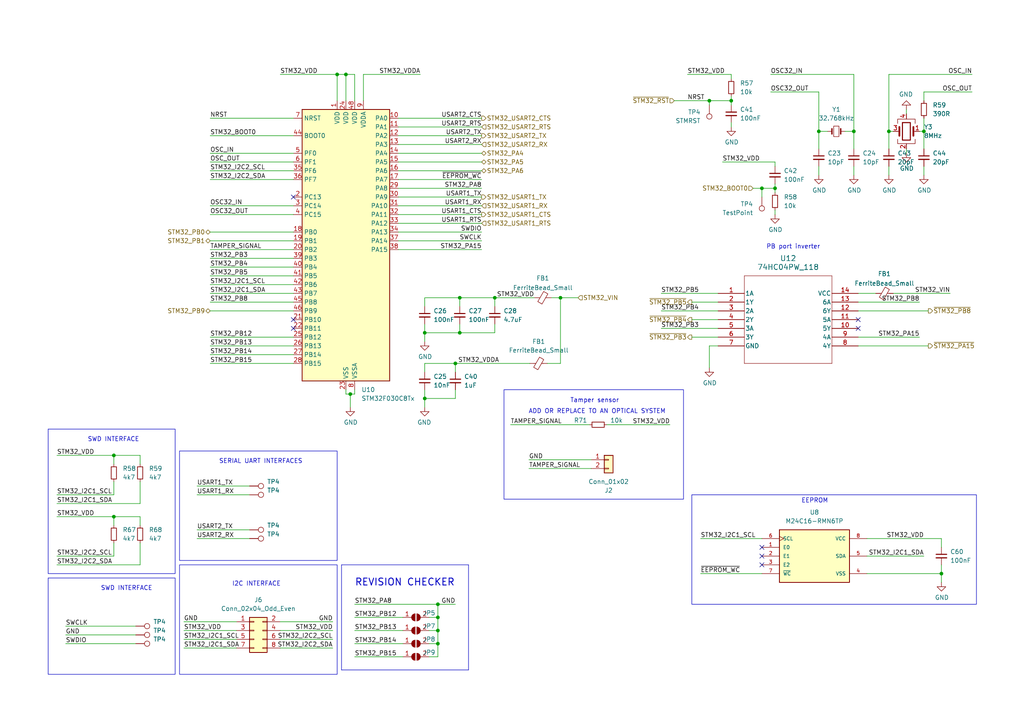
<source format=kicad_sch>
(kicad_sch (version 20230121) (generator eeschema)
  (paper "A4")
  (lib_symbols
    (symbol "2023-07-14_13-48-07:74HC04PW_118" (pin_names (offset 0.254))
      (property "Reference" "U" (at 20.32 10.16 0))
      (property "Value" "74HC04PW_118" (at 20.32 7.62 0))
      (symbol "74HC04PW_118_0_1"
        (polyline (pts (xy 7.62 -20.32) (xy 33.02 -20.32)) (stroke (width 0.127)))
        (polyline (pts (xy 7.62 5.08) (xy 7.62 -20.32)) (stroke (width 0.127)))
        (polyline (pts (xy 33.02 -20.32) (xy 33.02 5.08)) (stroke (width 0.127)))
        (polyline (pts (xy 33.02 5.08) (xy 7.62 5.08)) (stroke (width 0.127)))
        (pin input line (at 0 0 0) (length 7.62) (name "1A") (number "1"))
        (pin output line (at 40.64 -10.16 180) (length 7.62) (name "5Y") (number "10"))
        (pin input line (at 40.64 -7.62 180) (length 7.62) (name "5A") (number "11"))
        (pin output line (at 40.64 -5.08 180) (length 7.62) (name "6Y") (number "12"))
        (pin input line (at 40.64 -2.54 180) (length 7.62) (name "6A") (number "13"))
        (pin power_in line (at 40.64 0 180) (length 7.62) (name "VCC") (number "14"))
        (pin output line (at 0 -2.54 0) (length 7.62) (name "1Y") (number "2"))
        (pin input line (at 0 -5.08 0) (length 7.62) (name "2A") (number "3"))
        (pin output line (at 0 -7.62 0) (length 7.62) (name "2Y") (number "4"))
        (pin input line (at 0 -10.16 0) (length 7.62) (name "3A") (number "5"))
        (pin output line (at 0 -12.7 0) (length 7.62) (name "3Y") (number "6"))
        (pin power_out line (at 0 -15.24 0) (length 7.62) (name "GND") (number "7"))
        (pin output line (at 40.64 -15.24 180) (length 7.62) (name "4Y") (number "8"))
        (pin input line (at 40.64 -12.7 180) (length 7.62) (name "4A") (number "9"))
      )
    )
    (symbol "Connector:TestPoint" (pin_numbers hide) (pin_names (offset 0.762) hide)
      (property "Reference" "TP" (at 0 6.858 0))
      (property "Value" "TestPoint" (at 0 5.08 0))
      (symbol "TestPoint_0_1"
        (circle (center 0 3.302) (radius 0.762))
      )
      (symbol "TestPoint_1_1"
        (pin passive line (at 0 0 90) (length 2.54) (name "1") (number "1"))
      )
    )
    (symbol "Connector_Generic:Conn_01x02" (pin_names (offset 1.016) hide)
      (property "Reference" "J" (at 0 2.54 0))
      (property "Value" "Conn_01x02" (at 0 -5.08 0))
      (symbol "Conn_01x02_1_1"
        (rectangle (start -1.27 -2.413) (end 0 -2.667) (stroke (width 0.1524)))
        (rectangle (start -1.27 0.127) (end 0 -0.127) (stroke (width 0.1524)))
        (rectangle (start -1.27 1.27) (end 1.27 -3.81) (stroke (width 0.254)) (fill (type background)))
        (pin passive line (at -5.08 0 0) (length 3.81) (name "Pin_1") (number "1"))
        (pin passive line (at -5.08 -2.54 0) (length 3.81) (name "Pin_2") (number "2"))
      )
    )
    (symbol "Connector_Generic:Conn_02x04_Odd_Even" (pin_names (offset 1.016) hide)
      (property "Reference" "J" (at 1.27 5.08 0))
      (property "Value" "Conn_02x04_Odd_Even" (at 1.27 -7.62 0))
      (symbol "Conn_02x04_Odd_Even_1_1"
        (rectangle (start -1.27 -4.953) (end 0 -5.207) (stroke (width 0.1524)))
        (rectangle (start -1.27 -2.413) (end 0 -2.667) (stroke (width 0.1524)))
        (rectangle (start -1.27 0.127) (end 0 -0.127) (stroke (width 0.1524)))
        (rectangle (start -1.27 2.667) (end 0 2.413) (stroke (width 0.1524)))
        (rectangle (start -1.27 3.81) (end 3.81 -6.35) (stroke (width 0.254)) (fill (type background)))
        (rectangle (start 3.81 -4.953) (end 2.54 -5.207) (stroke (width 0.1524)))
        (rectangle (start 3.81 -2.413) (end 2.54 -2.667) (stroke (width 0.1524)))
        (rectangle (start 3.81 0.127) (end 2.54 -0.127) (stroke (width 0.1524)))
        (rectangle (start 3.81 2.667) (end 2.54 2.413) (stroke (width 0.1524)))
        (pin passive line (at -5.08 2.54 0) (length 3.81) (name "Pin_1") (number "1"))
        (pin passive line (at 7.62 2.54 180) (length 3.81) (name "Pin_2") (number "2"))
        (pin passive line (at -5.08 0 0) (length 3.81) (name "Pin_3") (number "3"))
        (pin passive line (at 7.62 0 180) (length 3.81) (name "Pin_4") (number "4"))
        (pin passive line (at -5.08 -2.54 0) (length 3.81) (name "Pin_5") (number "5"))
        (pin passive line (at 7.62 -2.54 180) (length 3.81) (name "Pin_6") (number "6"))
        (pin passive line (at -5.08 -5.08 0) (length 3.81) (name "Pin_7") (number "7"))
        (pin passive line (at 7.62 -5.08 180) (length 3.81) (name "Pin_8") (number "8"))
      )
    )
    (symbol "Device:C_Small" (pin_numbers hide) (pin_names (offset 0.254) hide)
      (property "Reference" "C" (at 0.254 1.778 0))
      (property "Value" "C_Small" (at 0.254 -2.032 0))
      (symbol "C_Small_0_1"
        (polyline (pts (xy -1.524 -0.508) (xy 1.524 -0.508)) (stroke (width 0.3302)))
        (polyline (pts (xy -1.524 0.508) (xy 1.524 0.508)) (stroke (width 0.3048)))
      )
      (symbol "C_Small_1_1"
        (pin passive line (at 0 2.54 270) (length 2.032) (name "~") (number "1"))
        (pin passive line (at 0 -2.54 90) (length 2.032) (name "~") (number "2"))
      )
    )
    (symbol "Device:Crystal_GND24" (pin_names (offset 1.016) hide)
      (property "Reference" "Y" (at 3.175 5.08 0))
      (property "Value" "Crystal_GND24" (at 3.175 3.175 0))
      (symbol "Crystal_GND24_0_1"
        (rectangle (start -1.143 2.54) (end 1.143 -2.54) (stroke (width 0.3048)))
        (polyline (pts (xy -2.54 0) (xy -2.032 0)))
        (polyline (pts (xy -2.032 -1.27) (xy -2.032 1.27)) (stroke (width 0.508)))
        (polyline (pts (xy 0 -3.81) (xy 0 -3.556)))
        (polyline (pts (xy 0 3.556) (xy 0 3.81)))
        (polyline (pts (xy 2.032 -1.27) (xy 2.032 1.27)) (stroke (width 0.508)))
        (polyline (pts (xy 2.032 0) (xy 2.54 0)))
        (polyline (pts (xy -2.54 -2.286) (xy -2.54 -3.556) (xy 2.54 -3.556) (xy 2.54 -2.286)))
        (polyline (pts (xy -2.54 2.286) (xy -2.54 3.556) (xy 2.54 3.556) (xy 2.54 2.286)))
      )
      (symbol "Crystal_GND24_1_1"
        (pin passive line (at -3.81 0 0) (length 1.27) (name "1") (number "1"))
        (pin passive line (at 0 5.08 270) (length 1.27) (name "2") (number "2"))
        (pin passive line (at 3.81 0 180) (length 1.27) (name "3") (number "3"))
        (pin passive line (at 0 -5.08 90) (length 1.27) (name "4") (number "4"))
      )
    )
    (symbol "Device:Crystal_Small" (pin_numbers hide) (pin_names (offset 1.016) hide)
      (property "Reference" "Y" (at 0 2.54 0))
      (property "Value" "Crystal_Small" (at 0 -2.54 0))
      (symbol "Crystal_Small_0_1"
        (rectangle (start -0.762 -1.524) (end 0.762 1.524))
        (polyline (pts (xy -1.27 -0.762) (xy -1.27 0.762)) (stroke (width 0.381)))
        (polyline (pts (xy 1.27 -0.762) (xy 1.27 0.762)) (stroke (width 0.381)))
      )
      (symbol "Crystal_Small_1_1"
        (pin passive line (at -2.54 0 0) (length 1.27) (name "1") (number "1"))
        (pin passive line (at 2.54 0 180) (length 1.27) (name "2") (number "2"))
      )
    )
    (symbol "Device:FerriteBead_Small" (pin_numbers hide) (pin_names (offset 0))
      (property "Reference" "FB" (at 1.905 1.27 0))
      (property "Value" "FerriteBead_Small" (at 1.905 -1.27 0))
      (symbol "FerriteBead_Small_0_1"
        (polyline (pts (xy 0 -1.27) (xy 0 -0.7874)))
        (polyline (pts (xy 0 0.889) (xy 0 1.2954)))
        (polyline (pts (xy -1.8288 0.2794) (xy -1.1176 1.4986) (xy 1.8288 -0.2032) (xy 1.1176 -1.4224) (xy -1.8288 0.2794)))
      )
      (symbol "FerriteBead_Small_1_1"
        (pin passive line (at 0 2.54 270) (length 1.27) (name "~") (number "1"))
        (pin passive line (at 0 -2.54 90) (length 1.27) (name "~") (number "2"))
      )
    )
    (symbol "Device:R_Small" (pin_numbers hide) (pin_names (offset 0.254) hide)
      (property "Reference" "R" (at 0.762 0.508 0))
      (property "Value" "R_Small" (at 0.762 -1.016 0))
      (symbol "R_Small_0_1"
        (rectangle (start -0.762 1.778) (end 0.762 -1.778) (stroke (width 0.2032)))
      )
      (symbol "R_Small_1_1"
        (pin passive line (at 0 2.54 270) (length 0.762) (name "~") (number "1"))
        (pin passive line (at 0 -2.54 90) (length 0.762) (name "~") (number "2"))
      )
    )
    (symbol "Jumper:SolderJumper_2_Open" (pin_names (offset 0) hide)
      (property "Reference" "JP" (at 0 2.032 0))
      (property "Value" "SolderJumper_2_Open" (at 0 -2.54 0))
      (symbol "SolderJumper_2_Open_0_1"
        (arc (start -0.254 1.016) (mid -1.2656 0) (end -0.254 -1.016))
        (arc (start -0.254 1.016) (mid -1.2656 0) (end -0.254 -1.016) (fill (type outline)))
        (polyline (pts (xy -0.254 1.016) (xy -0.254 -1.016)))
        (polyline (pts (xy 0.254 1.016) (xy 0.254 -1.016)))
        (arc (start 0.254 -1.016) (mid 1.2656 0) (end 0.254 1.016))
        (arc (start 0.254 -1.016) (mid 1.2656 0) (end 0.254 1.016) (fill (type outline)))
      )
      (symbol "SolderJumper_2_Open_1_1"
        (pin passive line (at -3.81 0 0) (length 2.54) (name "A") (number "1"))
        (pin passive line (at 3.81 0 180) (length 2.54) (name "B") (number "2"))
      )
    )
    (symbol "M24C16-RMN6TP:M24C16-RMN6TP" (pin_names (offset 1.016))
      (property "Reference" "U" (at -10.1836 8.1469 0))
      (property "Value" "M24C16-RMN6TP" (at -10.1609 -10.6689 0))
      (symbol "M24C16-RMN6TP_0_0"
        (rectangle (start -10.16 -7.62) (end 10.16 7.62) (stroke (width 0.254)) (fill (type background)))
        (pin input line (at -15.24 2.54 0) (length 5.08) (name "E0") (number "1"))
        (pin input line (at -15.24 0 0) (length 5.08) (name "E1") (number "2"))
        (pin input line (at -15.24 -2.54 0) (length 5.08) (name "E2") (number "3"))
        (pin power_in line (at 15.24 -5.08 180) (length 5.08) (name "VSS") (number "4"))
        (pin bidirectional line (at 15.24 0 180) (length 5.08) (name "SDA") (number "5"))
        (pin input clock (at -15.24 5.08 0) (length 5.08) (name "SCL") (number "6"))
        (pin input line (at -15.24 -5.08 0) (length 5.08) (name "~{WC}") (number "7"))
        (pin power_in line (at 15.24 5.08 180) (length 5.08) (name "VCC") (number "8"))
      )
    )
    (symbol "MCU_ST_STM32F0:STM32F030C8Tx"
      (property "Reference" "U" (at -12.7 41.91 0))
      (property "Value" "STM32F030C8Tx" (at 7.62 41.91 0))
      (symbol "STM32F030C8Tx_0_1"
        (rectangle (start -12.7 -38.1) (end 12.7 40.64) (stroke (width 0.254)) (fill (type background)))
      )
      (symbol "STM32F030C8Tx_1_1"
        (pin power_in line (at -2.54 43.18 270) (length 2.54) (name "VDD") (number "1"))
        (pin bidirectional line (at 15.24 38.1 180) (length 2.54) (name "PA0") (number "10"))
        (pin bidirectional line (at 15.24 35.56 180) (length 2.54) (name "PA1") (number "11"))
        (pin bidirectional line (at 15.24 33.02 180) (length 2.54) (name "PA2") (number "12"))
        (pin bidirectional line (at 15.24 30.48 180) (length 2.54) (name "PA3") (number "13"))
        (pin bidirectional line (at 15.24 27.94 180) (length 2.54) (name "PA4") (number "14"))
        (pin bidirectional line (at 15.24 25.4 180) (length 2.54) (name "PA5") (number "15"))
        (pin bidirectional line (at 15.24 22.86 180) (length 2.54) (name "PA6") (number "16"))
        (pin bidirectional line (at 15.24 20.32 180) (length 2.54) (name "PA7") (number "17"))
        (pin bidirectional line (at -15.24 5.08 0) (length 2.54) (name "PB0") (number "18"))
        (pin bidirectional line (at -15.24 2.54 0) (length 2.54) (name "PB1") (number "19"))
        (pin bidirectional line (at -15.24 15.24 0) (length 2.54) (name "PC13") (number "2"))
        (pin bidirectional line (at -15.24 0 0) (length 2.54) (name "PB2") (number "20"))
        (pin bidirectional line (at -15.24 -20.32 0) (length 2.54) (name "PB10") (number "21"))
        (pin bidirectional line (at -15.24 -22.86 0) (length 2.54) (name "PB11") (number "22"))
        (pin power_in line (at 0 -40.64 90) (length 2.54) (name "VSS") (number "23"))
        (pin power_in line (at 0 43.18 270) (length 2.54) (name "VDD") (number "24"))
        (pin bidirectional line (at -15.24 -25.4 0) (length 2.54) (name "PB12") (number "25"))
        (pin bidirectional line (at -15.24 -27.94 0) (length 2.54) (name "PB13") (number "26"))
        (pin bidirectional line (at -15.24 -30.48 0) (length 2.54) (name "PB14") (number "27"))
        (pin bidirectional line (at -15.24 -33.02 0) (length 2.54) (name "PB15") (number "28"))
        (pin bidirectional line (at 15.24 17.78 180) (length 2.54) (name "PA8") (number "29"))
        (pin bidirectional line (at -15.24 12.7 0) (length 2.54) (name "PC14") (number "3"))
        (pin bidirectional line (at 15.24 15.24 180) (length 2.54) (name "PA9") (number "30"))
        (pin bidirectional line (at 15.24 12.7 180) (length 2.54) (name "PA10") (number "31"))
        (pin bidirectional line (at 15.24 10.16 180) (length 2.54) (name "PA11") (number "32"))
        (pin bidirectional line (at 15.24 7.62 180) (length 2.54) (name "PA12") (number "33"))
        (pin bidirectional line (at 15.24 5.08 180) (length 2.54) (name "PA13") (number "34"))
        (pin bidirectional line (at -15.24 22.86 0) (length 2.54) (name "PF6") (number "35"))
        (pin bidirectional line (at -15.24 20.32 0) (length 2.54) (name "PF7") (number "36"))
        (pin bidirectional line (at 15.24 2.54 180) (length 2.54) (name "PA14") (number "37"))
        (pin bidirectional line (at 15.24 0 180) (length 2.54) (name "PA15") (number "38"))
        (pin bidirectional line (at -15.24 -2.54 0) (length 2.54) (name "PB3") (number "39"))
        (pin bidirectional line (at -15.24 10.16 0) (length 2.54) (name "PC15") (number "4"))
        (pin bidirectional line (at -15.24 -5.08 0) (length 2.54) (name "PB4") (number "40"))
        (pin bidirectional line (at -15.24 -7.62 0) (length 2.54) (name "PB5") (number "41"))
        (pin bidirectional line (at -15.24 -10.16 0) (length 2.54) (name "PB6") (number "42"))
        (pin bidirectional line (at -15.24 -12.7 0) (length 2.54) (name "PB7") (number "43"))
        (pin input line (at -15.24 33.02 0) (length 2.54) (name "BOOT0") (number "44"))
        (pin bidirectional line (at -15.24 -15.24 0) (length 2.54) (name "PB8") (number "45"))
        (pin bidirectional line (at -15.24 -17.78 0) (length 2.54) (name "PB9") (number "46"))
        (pin passive line (at 0 -40.64 90) (length 2.54) hide (name "VSS") (number "47"))
        (pin power_in line (at 2.54 43.18 270) (length 2.54) (name "VDD") (number "48"))
        (pin bidirectional line (at -15.24 27.94 0) (length 2.54) (name "PF0") (number "5"))
        (pin bidirectional line (at -15.24 25.4 0) (length 2.54) (name "PF1") (number "6"))
        (pin input line (at -15.24 38.1 0) (length 2.54) (name "NRST") (number "7"))
        (pin power_in line (at 2.54 -40.64 90) (length 2.54) (name "VSSA") (number "8"))
        (pin power_in line (at 5.08 43.18 270) (length 2.54) (name "VDDA") (number "9"))
      )
    )
    (symbol "device:R_Small" (pin_numbers hide) (pin_names (offset 0.254) hide)
      (property "Reference" "R" (at 0.762 0.508 0))
      (property "Value" "R_Small" (at 0.762 -1.016 0))
      (symbol "R_Small_0_1"
        (rectangle (start -0.762 1.778) (end 0.762 -1.778) (stroke (width 0.2032)))
      )
      (symbol "R_Small_1_1"
        (pin passive line (at 0 2.54 270) (length 0.762) (name "~") (number "1"))
        (pin passive line (at 0 -2.54 90) (length 0.762) (name "~") (number "2"))
      )
    )
    (symbol "power:GND" (power) (pin_names (offset 0))
      (property "Value" "GND" (at 0 -3.81 0))
      (symbol "GND_0_1"
        (polyline (pts (xy 0 0) (xy 0 -1.27) (xy 1.27 -1.27) (xy 0 -2.54) (xy -1.27 -1.27) (xy 0 -1.27)))
      )
      (symbol "GND_1_1"
        (pin power_in line (at 0 0 270) (length 0) hide (name "GND") (number "1"))
      )
    )
  )
  (junction (at 127 182.88))
  (junction (at 33.02 149.86))
  (junction (at 212.09 29.21))
  (junction (at 237.49 38.1))
  (junction (at 123.19 96.52))
  (junction (at 100.33 21.59))
  (junction (at 273.05 166.37))
  (junction (at 123.19 115.57))
  (junction (at 267.97 38.1))
  (junction (at 132.08 105.41))
  (junction (at 220.98 54.61))
  (junction (at 33.02 132.08))
  (junction (at 257.81 38.1))
  (junction (at 133.35 96.52))
  (junction (at 224.79 54.61))
  (junction (at 97.79 21.59))
  (junction (at 133.35 86.36))
  (junction (at 127 179.07))
  (junction (at 101.6 114.3))
  (junction (at 127 186.69))
  (junction (at 127 175.26))
  (junction (at 162.56 86.36))
  (junction (at 143.51 86.36))
  (junction (at 205.74 29.21))
  (junction (at 247.65 38.1))
  (no_connect (at 85.09 95.25))
  (no_connect (at 220.98 163.83))
  (no_connect (at 220.98 161.29))
  (no_connect (at 220.98 158.75))
  (no_connect (at 248.92 95.25))
  (no_connect (at 85.09 92.71))
  (no_connect (at 248.92 92.71))
  (no_connect (at 85.09 57.15))
  (wire (pts (xy 40.64 163.83) (xy 40.64 157.48)))
  (wire (pts (xy 267.97 38.1) (xy 267.97 43.18)))
  (wire (pts (xy 248.92 90.17) (xy 269.24 90.17)))
  (wire (pts (xy 273.05 156.21) (xy 273.05 158.75)))
  (wire (pts (xy 57.15 156.21) (xy 72.39 156.21)))
  (wire (pts (xy 139.7 57.15) (xy 115.57 57.15)))
  (wire (pts (xy 139.7 39.37) (xy 115.57 39.37)))
  (wire (pts (xy 123.19 96.52) (xy 133.35 96.52)))
  (wire (pts (xy 60.96 52.07) (xy 85.09 52.07)))
  (wire (pts (xy 273.05 166.37) (xy 251.46 166.37)))
  (wire (pts (xy 139.7 34.29) (xy 115.57 34.29)))
  (wire (pts (xy 127 182.88) (xy 127 179.07)))
  (wire (pts (xy 220.98 54.61) (xy 220.98 57.15)))
  (wire (pts (xy 212.09 22.86) (xy 212.09 21.59)))
  (wire (pts (xy 127 175.26) (xy 132.08 175.26)))
  (wire (pts (xy 105.41 21.59) (xy 105.41 29.21)))
  (wire (pts (xy 212.09 35.56) (xy 212.09 36.83)))
  (wire (pts (xy 281.94 26.67) (xy 267.97 26.67)))
  (wire (pts (xy 53.34 187.96) (xy 68.58 187.96)))
  (wire (pts (xy 16.51 132.08) (xy 33.02 132.08)))
  (wire (pts (xy 224.79 48.26) (xy 224.79 46.99)))
  (wire (pts (xy 19.05 184.15) (xy 39.37 184.15)))
  (wire (pts (xy 100.33 29.21) (xy 100.33 21.59)))
  (wire (pts (xy 33.02 149.86) (xy 40.64 149.86)))
  (wire (pts (xy 124.46 182.88) (xy 127 182.88)))
  (wire (pts (xy 123.19 93.98) (xy 123.19 96.52)))
  (wire (pts (xy 60.96 49.53) (xy 85.09 49.53)))
  (wire (pts (xy 16.51 146.05) (xy 40.64 146.05)))
  (wire (pts (xy 160.02 86.36) (xy 162.56 86.36)))
  (wire (pts (xy 212.09 27.94) (xy 212.09 29.21)))
  (wire (pts (xy 16.51 161.29) (xy 33.02 161.29)))
  (wire (pts (xy 19.05 186.69) (xy 39.37 186.69)))
  (wire (pts (xy 224.79 60.96) (xy 224.79 62.23)))
  (wire (pts (xy 60.96 97.79) (xy 85.09 97.79)))
  (wire (pts (xy 102.87 182.88) (xy 116.84 182.88)))
  (wire (pts (xy 251.46 161.29) (xy 267.97 161.29)))
  (wire (pts (xy 200.66 87.63) (xy 208.28 87.63)))
  (wire (pts (xy 266.7 97.79) (xy 248.92 97.79)))
  (wire (pts (xy 195.58 29.21) (xy 205.74 29.21)))
  (wire (pts (xy 224.79 54.61) (xy 224.79 55.88)))
  (wire (pts (xy 96.52 182.88) (xy 81.28 182.88)))
  (wire (pts (xy 60.96 87.63) (xy 85.09 87.63)))
  (wire (pts (xy 124.46 179.07) (xy 127 179.07)))
  (wire (pts (xy 115.57 46.99) (xy 139.7 46.99)))
  (wire (pts (xy 33.02 132.08) (xy 40.64 132.08)))
  (wire (pts (xy 16.51 163.83) (xy 40.64 163.83)))
  (wire (pts (xy 60.96 72.39) (xy 85.09 72.39)))
  (wire (pts (xy 257.81 21.59) (xy 257.81 38.1)))
  (wire (pts (xy 218.44 54.61) (xy 220.98 54.61)))
  (wire (pts (xy 132.08 115.57) (xy 132.08 113.03)))
  (wire (pts (xy 123.19 115.57) (xy 132.08 115.57)))
  (wire (pts (xy 224.79 53.34) (xy 224.79 54.61)))
  (wire (pts (xy 124.46 190.5) (xy 127 190.5)))
  (wire (pts (xy 33.02 139.7) (xy 33.02 143.51)))
  (wire (pts (xy 247.65 43.18) (xy 247.65 38.1)))
  (wire (pts (xy 133.35 86.36) (xy 133.35 88.9)))
  (wire (pts (xy 148.082 123.19) (xy 170.942 123.19)))
  (wire (pts (xy 199.39 21.59) (xy 212.09 21.59)))
  (wire (pts (xy 123.19 96.52) (xy 123.19 99.06)))
  (wire (pts (xy 237.49 43.18) (xy 237.49 38.1)))
  (wire (pts (xy 162.56 86.36) (xy 167.64 86.36)))
  (wire (pts (xy 57.15 143.51) (xy 72.39 143.51)))
  (wire (pts (xy 262.89 43.18) (xy 262.89 44.45)))
  (wire (pts (xy 97.79 21.59) (xy 100.33 21.59)))
  (wire (pts (xy 262.89 31.75) (xy 262.89 33.02)))
  (wire (pts (xy 139.7 41.91) (xy 115.57 41.91)))
  (wire (pts (xy 208.28 100.33) (xy 205.74 100.33)))
  (wire (pts (xy 60.96 46.99) (xy 85.09 46.99)))
  (wire (pts (xy 267.97 26.67) (xy 267.97 29.21)))
  (wire (pts (xy 60.96 59.69) (xy 85.09 59.69)))
  (wire (pts (xy 132.08 105.41) (xy 123.19 105.41)))
  (wire (pts (xy 57.15 153.67) (xy 72.39 153.67)))
  (wire (pts (xy 132.08 107.95) (xy 132.08 105.41)))
  (wire (pts (xy 102.87 114.3) (xy 102.87 113.03)))
  (wire (pts (xy 247.65 38.1) (xy 245.11 38.1)))
  (wire (pts (xy 139.7 36.83) (xy 115.57 36.83)))
  (wire (pts (xy 101.6 114.3) (xy 102.87 114.3)))
  (wire (pts (xy 53.34 180.34) (xy 68.58 180.34)))
  (wire (pts (xy 248.92 100.33) (xy 269.24 100.33)))
  (wire (pts (xy 40.64 152.4) (xy 40.64 149.86)))
  (wire (pts (xy 237.49 48.26) (xy 237.49 50.8)))
  (wire (pts (xy 101.6 114.3) (xy 101.6 118.11)))
  (wire (pts (xy 237.49 26.67) (xy 223.52 26.67)))
  (wire (pts (xy 53.34 185.42) (xy 68.58 185.42)))
  (wire (pts (xy 191.77 90.17) (xy 208.28 90.17)))
  (wire (pts (xy 257.81 38.1) (xy 257.81 43.18)))
  (wire (pts (xy 143.51 86.36) (xy 133.35 86.36)))
  (wire (pts (xy 133.35 86.36) (xy 123.19 86.36)))
  (wire (pts (xy 96.52 180.34) (xy 81.28 180.34)))
  (wire (pts (xy 220.98 54.61) (xy 224.79 54.61)))
  (wire (pts (xy 203.2 156.21) (xy 220.98 156.21)))
  (wire (pts (xy 57.15 140.97) (xy 72.39 140.97)))
  (wire (pts (xy 115.57 44.45) (xy 139.7 44.45)))
  (wire (pts (xy 60.96 67.31) (xy 85.09 67.31)))
  (wire (pts (xy 205.74 29.21) (xy 212.09 29.21)))
  (polyline (pts (xy 135.89 194.31) (xy 135.89 163.83)))
  (wire (pts (xy 53.34 182.88) (xy 68.58 182.88)))
  (wire (pts (xy 40.64 146.05) (xy 40.64 139.7)))
  (wire (pts (xy 96.52 187.96) (xy 81.28 187.96)))
  (wire (pts (xy 176.022 123.19) (xy 194.31 123.19)))
  (wire (pts (xy 212.09 29.21) (xy 212.09 30.48)))
  (wire (pts (xy 60.96 69.85) (xy 85.09 69.85)))
  (wire (pts (xy 153.416 135.89) (xy 171.45 135.89)))
  (wire (pts (xy 133.35 96.52) (xy 143.51 96.52)))
  (wire (pts (xy 209.55 46.99) (xy 224.79 46.99)))
  (wire (pts (xy 60.96 82.55) (xy 85.09 82.55)))
  (wire (pts (xy 139.7 72.39) (xy 115.57 72.39)))
  (wire (pts (xy 257.81 38.1) (xy 259.08 38.1)))
  (wire (pts (xy 40.64 134.62) (xy 40.64 132.08)))
  (wire (pts (xy 60.96 80.01) (xy 85.09 80.01)))
  (wire (pts (xy 267.97 48.26) (xy 267.97 50.8)))
  (wire (pts (xy 100.33 21.59) (xy 102.87 21.59)))
  (wire (pts (xy 139.7 62.23) (xy 115.57 62.23)))
  (wire (pts (xy 191.77 85.09) (xy 208.28 85.09)))
  (wire (pts (xy 60.96 90.17) (xy 85.09 90.17)))
  (wire (pts (xy 205.74 29.21) (xy 205.74 30.48)))
  (wire (pts (xy 247.65 21.59) (xy 247.65 38.1)))
  (wire (pts (xy 33.02 134.62) (xy 33.02 132.08)))
  (wire (pts (xy 203.2 166.37) (xy 220.98 166.37)))
  (wire (pts (xy 33.02 152.4) (xy 33.02 149.86)))
  (wire (pts (xy 200.66 92.71) (xy 208.28 92.71)))
  (wire (pts (xy 60.96 102.87) (xy 85.09 102.87)))
  (wire (pts (xy 127 186.69) (xy 127 182.88)))
  (wire (pts (xy 251.46 156.21) (xy 273.05 156.21)))
  (polyline (pts (xy 99.06 194.31) (xy 135.89 194.31)))
  (wire (pts (xy 100.33 114.3) (xy 101.6 114.3)))
  (wire (pts (xy 60.96 100.33) (xy 85.09 100.33)))
  (wire (pts (xy 102.87 190.5) (xy 116.84 190.5)))
  (polyline (pts (xy 99.06 163.83) (xy 135.89 163.83)))
  (wire (pts (xy 139.7 67.31) (xy 115.57 67.31)))
  (wire (pts (xy 273.05 166.37) (xy 273.05 168.91)))
  (wire (pts (xy 124.46 186.69) (xy 127 186.69)))
  (wire (pts (xy 127 190.5) (xy 127 186.69)))
  (wire (pts (xy 115.57 49.53) (xy 139.7 49.53)))
  (wire (pts (xy 60.96 62.23) (xy 85.09 62.23)))
  (wire (pts (xy 267.97 34.29) (xy 267.97 38.1)))
  (wire (pts (xy 19.05 181.61) (xy 39.37 181.61)))
  (wire (pts (xy 139.7 69.85) (xy 115.57 69.85)))
  (wire (pts (xy 259.08 85.09) (xy 275.59 85.09)))
  (wire (pts (xy 191.77 95.25) (xy 208.28 95.25)))
  (wire (pts (xy 60.96 44.45) (xy 85.09 44.45)))
  (wire (pts (xy 102.87 179.07) (xy 116.84 179.07)))
  (wire (pts (xy 133.35 93.98) (xy 133.35 96.52)))
  (wire (pts (xy 123.19 113.03) (xy 123.19 115.57)))
  (wire (pts (xy 162.56 105.41) (xy 162.56 86.36)))
  (wire (pts (xy 139.7 54.61) (xy 115.57 54.61)))
  (wire (pts (xy 123.19 105.41) (xy 123.19 107.95)))
  (wire (pts (xy 81.28 21.59) (xy 97.79 21.59)))
  (wire (pts (xy 60.96 34.29) (xy 85.09 34.29)))
  (wire (pts (xy 100.33 113.03) (xy 100.33 114.3)))
  (wire (pts (xy 123.19 86.36) (xy 123.19 88.9)))
  (wire (pts (xy 139.7 59.69) (xy 115.57 59.69)))
  (wire (pts (xy 158.75 105.41) (xy 162.56 105.41)))
  (wire (pts (xy 16.51 143.51) (xy 33.02 143.51)))
  (polyline (pts (xy 99.06 163.83) (xy 99.06 194.31)))
  (wire (pts (xy 266.7 38.1) (xy 267.97 38.1)))
  (wire (pts (xy 247.65 48.26) (xy 247.65 50.8)))
  (wire (pts (xy 33.02 157.48) (xy 33.02 161.29)))
  (wire (pts (xy 237.49 38.1) (xy 240.03 38.1)))
  (wire (pts (xy 127 179.07) (xy 127 175.26)))
  (wire (pts (xy 60.96 74.93) (xy 85.09 74.93)))
  (wire (pts (xy 102.87 29.21) (xy 102.87 21.59)))
  (wire (pts (xy 121.92 21.59) (xy 105.41 21.59)))
  (wire (pts (xy 123.19 115.57) (xy 123.19 118.11)))
  (wire (pts (xy 60.96 85.09) (xy 85.09 85.09)))
  (wire (pts (xy 16.51 149.86) (xy 33.02 149.86)))
  (wire (pts (xy 96.52 185.42) (xy 81.28 185.42)))
  (wire (pts (xy 139.7 64.77) (xy 115.57 64.77)))
  (wire (pts (xy 200.66 97.79) (xy 208.28 97.79)))
  (wire (pts (xy 102.87 175.26) (xy 127 175.26)))
  (wire (pts (xy 257.81 48.26) (xy 257.81 50.8)))
  (wire (pts (xy 153.67 105.41) (xy 132.08 105.41)))
  (wire (pts (xy 257.81 21.59) (xy 281.94 21.59)))
  (wire (pts (xy 154.94 86.36) (xy 143.51 86.36)))
  (wire (pts (xy 60.96 105.41) (xy 85.09 105.41)))
  (wire (pts (xy 248.92 87.63) (xy 266.7 87.63)))
  (wire (pts (xy 273.05 163.83) (xy 273.05 166.37)))
  (wire (pts (xy 102.87 186.69) (xy 116.84 186.69)))
  (wire (pts (xy 248.92 85.09) (xy 254 85.09)))
  (wire (pts (xy 223.52 21.59) (xy 247.65 21.59)))
  (wire (pts (xy 60.96 39.37) (xy 85.09 39.37)))
  (wire (pts (xy 153.416 133.35) (xy 171.45 133.35)))
  (wire (pts (xy 237.49 26.67) (xy 237.49 38.1)))
  (wire (pts (xy 97.79 21.59) (xy 97.79 29.21)))
  (wire (pts (xy 143.51 88.9) (xy 143.51 86.36)))
  (wire (pts (xy 143.51 96.52) (xy 143.51 93.98)))
  (wire (pts (xy 60.96 77.47) (xy 85.09 77.47)))
  (wire (pts (xy 205.74 100.33) (xy 205.74 106.68)))
  (wire (pts (xy 139.7 52.07) (xy 115.57 52.07)))
  (rectangle (start 52.07 163.83) (end 97.79 195.58))
  (rectangle (start 52.07 130.81) (end 97.79 162.56))
  (rectangle (start 13.97 167.64) (end 50.8 195.58))
  (rectangle (start 146.177 113.03) (end 198.247 144.78))
  (rectangle (start 200.66 143.51) (end 283.21 175.26))
  (rectangle (start 13.97 124.46) (end 50.8 166.37))
  (text "SERIAL UART INTERFACES" (at 63.5 134.62 0) (effects (font (size 1.27 1.27)) (justify left bottom)))
  (text "Tamper sensor" (at 165.354 116.967 0) (effects (font (size 1.27 1.27)) (justify left bottom)))
  (text "EEPROM" (at 232.41 146.05 0) (effects (font (size 1.27 1.27)) (justify left bottom)))
  (text "SWD INTERFACE" (at 25.4 128.27 0) (effects (font (size 1.27 1.27)) (justify left bottom)))
  (text "ADD OR REPLACE TO AN OPTICAL SYSTEM" (at 153.289 120.142 0) (effects (font (size 1.27 1.27)) (justify left bottom)))
  (text "PB port inverter" (at 222.25 72.39 0) (effects (font (size 1.27 1.27)) (justify left bottom)))
  (text "SWD INTERFACE" (at 29.21 171.45 0) (effects (font (size 1.27 1.27)) (justify left bottom)))
  (text "I2C INTERFACE" (at 67.31 170.18 0) (effects (font (size 1.27 1.27)) (justify left bottom)))
  (text "REVISION CHECKER" (at 102.87 170.18 0) (effects (font (size 2 2) (thickness 0.254) bold) (justify left bottom)))
  (label "STM32_I2C1_SCL" (at 203.2 156.21 0))
  (label "USART1_RX" (at 57.15 143.51 0))
  (label "USART2_RTS" (at 139.7 36.83 180))
  (label "STM32_PA8" (at 102.87 175.26 0))
  (label "STM32_PB5" (at 191.77 85.09 0))
  (label "STM32_I2C1_SDA" (at 53.34 187.96 0))
  (label "GND" (at 153.416 133.35 0))
  (label "STM32_VDD" (at 16.51 149.86 0))
  (label "NRST" (at 60.96 34.29 0))
  (label "STM32_I2C1_SDA" (at 267.97 161.29 180))
  (label "STM32_PB13" (at 60.96 100.33 0))
  (label "STM32_I2C2_SDA" (at 96.52 187.96 180))
  (label "STM32_PB8" (at 60.96 87.63 0))
  (label "STM32_PA15" (at 266.7 97.79 180))
  (label "OSC32_IN" (at 60.96 59.69 0))
  (label "USART2_TX" (at 139.7 39.37 180))
  (label "STM32_VDD" (at 81.28 21.59 0))
  (label "OSC_IN" (at 281.94 21.59 180))
  (label "STM32_PB12" (at 102.87 179.07 0))
  (label "STM32_VDD" (at 199.39 21.59 0))
  (label "TAMPER_SIGNAL" (at 148.082 123.19 0))
  (label "STM32_PB3" (at 191.77 95.25 0))
  (label "NRST" (at 199.39 29.21 0))
  (label "STM32_BOOT0" (at 60.96 39.37 0))
  (label "STM32_PB15" (at 60.96 105.41 0))
  (label "USART1_CTS" (at 139.7 62.23 180))
  (label "STM32_PB13" (at 102.87 182.88 0))
  (label "OSC32_OUT" (at 60.96 62.23 0))
  (label "USART1_TX" (at 139.7 57.15 180))
  (label "STM32_I2C2_SDA" (at 16.51 163.83 0))
  (label "STM32_VDD" (at 96.52 182.88 180))
  (label "STM32_VDDA" (at 121.92 21.59 180))
  (label "STM32_PB8" (at 266.7 87.63 180))
  (label "STM32_I2C1_SCL" (at 60.96 82.55 0))
  (label "STM32_VIN" (at 275.59 85.09 180))
  (label "STM32_I2C2_SCL" (at 16.51 161.29 0))
  (label "STM32_I2C1_SDA" (at 60.96 85.09 0))
  (label "USART2_CTS" (at 139.7 34.29 180))
  (label "USART2_RX" (at 57.15 156.21 0))
  (label "~{EEPROM_WC}" (at 139.7 52.07 180))
  (label "TAMPER_SIGNAL" (at 60.96 72.39 0))
  (label "STM32_PA8" (at 139.7 54.61 180))
  (label "STM32_I2C2_SDA" (at 60.96 52.07 0))
  (label "STM32_I2C1_SDA" (at 16.51 146.05 0))
  (label "~{EEPROM_WC}" (at 203.2 166.37 0))
  (label "STM32_I2C1_SCL" (at 53.34 185.42 0))
  (label "TAMPER_SIGNAL" (at 153.416 135.89 0))
  (label "SWDIO" (at 19.05 186.69 0))
  (label "USART1_RX" (at 139.7 59.69 180))
  (label "STM32_VDD" (at 267.97 156.21 180))
  (label "OSC_OUT" (at 281.94 26.67 180))
  (label "STM32_I2C2_SCL" (at 60.96 49.53 0))
  (label "USART1_RTS" (at 139.7 64.77 180))
  (label "USART2_TX" (at 57.15 153.67 0))
  (label "STM32_I2C1_SCL" (at 16.51 143.51 0))
  (label "STM32_VDDA" (at 144.78 105.41 180))
  (label "SWCLK" (at 139.7 69.85 180))
  (label "STM32_PB14" (at 102.87 186.69 0))
  (label "GND" (at 96.52 180.34 180))
  (label "OSC32_IN" (at 223.52 21.59 0))
  (label "STM32_I2C2_SCL" (at 96.52 185.42 180))
  (label "STM32_PB3" (at 60.96 74.93 0))
  (label "STM32_VDD" (at 16.51 132.08 0))
  (label "OSC_OUT" (at 60.96 46.99 0))
  (label "STM32_VDD" (at 209.55 46.99 0))
  (label "STM32_PB5" (at 60.96 80.01 0))
  (label "STM32_VDD" (at 154.94 86.36 180))
  (label "STM32_PB14" (at 60.96 102.87 0))
  (label "USART1_TX" (at 57.15 140.97 0))
  (label "GND" (at 19.05 184.15 0))
  (label "OSC_IN" (at 60.96 44.45 0))
  (label "SWCLK" (at 19.05 181.61 0))
  (label "STM32_PB4" (at 191.77 90.17 0))
  (label "SWDIO" (at 139.7 67.31 180))
  (label "GND" (at 53.34 180.34 0))
  (label "STM32_VDD" (at 194.31 123.19 180))
  (label "STM32_VDD" (at 53.34 182.88 0))
  (label "STM32_PB12" (at 60.96 97.79 0))
  (label "USART2_RX" (at 139.7 41.91 180))
  (label "GND" (at 132.08 175.26 180))
  (label "STM32_PA15" (at 139.7 72.39 180))
  (label "STM32_PB4" (at 60.96 77.47 0))
  (label "OSC32_OUT" (at 223.52 26.67 0))
  (label "STM32_PB15" (at 102.87 190.5 0))
  (hierarchical_label "STM32_PA6" (shape bidirectional) (at 139.7 49.53 0))
  (hierarchical_label "~{STM32_PB5}" (shape output) (at 200.66 87.63 180))
  (hierarchical_label "STM32_USART1_CTS" (shape output) (at 139.7 62.23 0))
  (hierarchical_label "STM32_PB1" (shape bidirectional) (at 60.96 69.85 180))
  (hierarchical_label "STM32_USART2_RTS" (shape input) (at 139.7 36.83 0))
  (hierarchical_label "STM32_USART2_TX" (shape output) (at 139.7 39.37 0))
  (hierarchical_label "~{STM32_PB4}" (shape output) (at 200.66 92.71 180))
  (hierarchical_label "STM32_USART2_RX" (shape input) (at 139.7 41.91 0))
  (hierarchical_label "STM32_VIN" (shape input) (at 167.64 86.36 0))
  (hierarchical_label "STM32_PA4" (shape bidirectional) (at 139.7 44.45 0))
  (hierarchical_label "~{STM32_PB3}" (shape output) (at 200.66 97.79 180))
  (hierarchical_label "STM32_USART1_RTS" (shape input) (at 139.7 64.77 0))
  (hierarchical_label "STM32_PB9" (shape bidirectional) (at 60.96 90.17 180))
  (hierarchical_label "STM32_USART2_CTS" (shape output) (at 139.7 34.29 0))
  (hierarchical_label "STM32_BOOT0" (shape input) (at 218.44 54.61 180))
  (hierarchical_label "~{STM32_PA15}" (shape output) (at 269.24 100.33 0))
  (hierarchical_label "STM32_USART1_TX" (shape output) (at 139.7 57.15 0))
  (hierarchical_label "~{STM32_RST}" (shape input) (at 195.58 29.21 180))
  (hierarchical_label "STM32_USART1_RX" (shape input) (at 139.7 59.69 0))
  (hierarchical_label "STM32_PB0" (shape bidirectional) (at 60.96 67.31 180))
  (hierarchical_label "STM32_PA5" (shape bidirectional) (at 139.7 46.99 0))
  (hierarchical_label "~{STM32_PB8}" (shape output) (at 269.24 90.17 0))
  (symbol (lib_id "Device:R_Small") (at 40.64 154.94 0) (unit 1)
    (property "Reference" "R68" (at 43.18 153.67 0) (effects (justify left)))
    (property "Value" "4k7" (at 43.18 156.21 0) (effects (justify left)))
    (property "Footprint" "Resistor_SMD:R_0402_1005Metric" (effects hide))
  )
  (symbol (lib_id "Device:C_Small") (at 237.49 45.72 0) (unit 1)
    (property "Reference" "C23" (at 240.03 44.4563 0) (effects (justify left)))
    (property "Value" "10pF" (at 240.03 46.9963 0) (effects (justify left)))
    (property "Footprint" "Capacitor_SMD:C_0402_1005Metric" (effects hide))
    (instances (project "macunaima_rev2" (path "" (reference "C23") (unit 1)) (path "" (reference "C41") (unit 1))))
  )
  (symbol (lib_id "Device:C_Small") (at 257.81 45.72 0) (unit 1)
    (property "Reference" "C43" (at 260.35 44.4563 0) (effects (justify left)))
    (property "Value" "20pF" (at 260.35 46.9963 0) (effects (justify left)))
    (property "Footprint" "Capacitor_SMD:C_0402_1005Metric" (effects hide))
  )
  (symbol (lib_id "Device:C_Small") (at 143.51 91.44 0) (unit 1)
    (property "Reference" "C28" (at 146.05 90.1763 0) (effects (justify left)))
    (property "Value" "4.7uF" (at 146.05 92.7163 0) (effects (justify left)))
    (property "Footprint" "Capacitor_SMD:C_0402_1005Metric" (effects hide))
    (instances (project "macunaima_rev2" (path "" (reference "C28") (unit 1)) (path "" (reference "C27") (unit 1))))
  )
  (symbol (lib_id "Jumper:SolderJumper_2_Open") (at 120.65 182.88 0) (unit 1)
    (property "Reference" "JP7" (at 124.46 181.61 0))
    (property "Value" "SolderJumper_2_Open" (effects hide))
    (property "Footprint" "Jumper:SolderJumper-2_P1.3mm_Open_RoundedPad1.0x1.5mm" (effects hide))
  )
  (symbol (lib_id "Device:R_Small") (at 267.97 31.75 0) (unit 1)
    (property "Reference" "R59" (at 270.51 30.48 0) (effects (justify left)))
    (property "Value" "390R" (at 270.51 33.02 0) (effects (justify left)))
    (property "Footprint" "Resistor_SMD:R_0402_1005Metric" (effects hide))
    (instances (project "macunaima_rev2" (path "" (reference "R59") (unit 1)) (path "" (reference "R47") (unit 1))))
  )
  (symbol (lib_id "power:GND") (at 212.09 36.83 0) (unit 1)
    (property "Reference" "#PWR028" (effects hide))
    (property "Value" "GND" (at 212.217 41.2242 0))
    (instances (project "macunaima_rev2" (path "" (reference "#PWR028") (unit 1)) (path "" (reference "#PWR013") (unit 1))))
  )
  (symbol (lib_id "Connector:TestPoint") (at 205.74 30.48 0) (mirror x) (unit 1)
    (property "Reference" "TP4" (at 203.2 32.512 0) (effects (justify right)))
    (property "Value" "STMRST" (at 203.2 35.052 0) (effects (justify right)))
    (property "Footprint" "TestPoint:TestPoint_Pad_D1.0mm" (effects hide))
    (instances (project "macunaima_rev2" (path "" (reference "TP4") (unit 1)) (path "" (reference "TP9") (unit 1))))
  )
  (symbol (lib_id "Jumper:SolderJumper_2_Open") (at 120.65 186.69 0) (unit 1)
    (property "Reference" "JP8" (at 124.46 185.42 0))
    (property "Value" "SolderJumper_2_Open" (effects hide))
    (property "Footprint" "Jumper:SolderJumper-2_P1.3mm_Open_RoundedPad1.0x1.5mm" (effects hide))
  )
  (symbol (lib_id "Connector:TestPoint") (at 72.39 143.51 270) (mirror x) (unit 1)
    (property "Reference" "TP4" (at 77.47 142.24 90) (effects (justify left)))
    (property "Value" "TestPoint" (effects hide))
    (property "Footprint" "TestPoint:TestPoint_Pad_D1.0mm" (effects hide))
    (instances (project "macunaima_rev2" (path "" (reference "TP4") (unit 1)) (path "" (reference "TP27") (unit 1))))
  )
  (symbol (lib_id "Device:C_Small") (at 132.08 110.49 0) (unit 1)
    (property "Reference" "C40" (at 134.62 109.2263 0) (effects (justify left)))
    (property "Value" "1uF" (at 134.62 111.7663 0) (effects (justify left)))
    (property "Footprint" "Capacitor_SMD:C_0402_1005Metric" (effects hide))
    (instances (project "macunaima_rev2" (path "" (reference "C40") (unit 1)) (path "" (reference "C25") (unit 1))))
  )
  (symbol (lib_id "Connector:TestPoint") (at 72.39 153.67 270) (mirror x) (unit 1)
    (property "Reference" "TP4" (at 77.47 152.4 90) (effects (justify left)))
    (property "Value" "TestPoint" (effects hide))
    (property "Footprint" "TestPoint:TestPoint_Pad_D1.0mm" (effects hide))
    (instances (project "macunaima_rev2" (path "" (reference "TP4") (unit 1)) (path "" (reference "TP28") (unit 1))))
  )
  (symbol (lib_id "M24C16-RMN6TP:M24C16-RMN6TP") (at 236.22 161.29 0) (unit 1)
    (property "Reference" "U8" (at 236.22 148.59 0))
    (property "Value" "M24C16-RMN6TP" (at 236.22 151.13 0))
    (property "Footprint" "Gabriel:SOIC127P600X175-8N" (effects hide))
    (property "MANUFACTURER" "STMicroelectronics" (effects hide))
  )
  (symbol (lib_id "power:GND") (at 247.65 50.8 0) (unit 1)
    (property "Reference" "#PWR02" (effects hide))
    (property "Value" "GND" (at 247.777 55.1942 0))
    (instances (project "macunaima_rev2" (path "" (reference "#PWR02") (unit 1)) (path "" (reference "#PWR030") (unit 1))))
  )
  (symbol (lib_id "Device:FerriteBead_Small") (at 157.48 86.36 90) (unit 1)
    (property "Reference" "FB1" (at 157.4419 80.6917 90))
    (property "Value" "FerriteBead_Small" (at 157.4419 83.4668 90))
    (property "Footprint" "Inductor_SMD:L_0402_1005Metric" (effects hide))
    (property "Datasheet" "https://datasheet.lcsc.com/lcsc/1810311724_TDK-MPZ1005S100CT000_C275476.pdf" (effects hide))
    (property "LCSC Part" "C275476" (effects hide))
    (instances (project "macunaima_rev2" (path "" (reference "FB1") (unit 1)) (path "" (reference "FB3") (unit 1)) (path "" (reference "FB4") (unit 1))))
  )
  (symbol (lib_id "Device:Crystal_Small") (at 242.57 38.1 0) (unit 1)
    (property "Reference" "Y1" (at 242.57 31.75 0))
    (property "Value" "32.768kHz" (at 242.57 34.29 0))
    (property "Footprint" "Crystal:Crystal_SMD_3215-2Pin_3.2x1.5mm" (effects hide))
    (property "LCSC Part" "C32346" (effects hide))
  )
  (symbol (lib_id "Device:C_Small") (at 212.09 33.02 0) (unit 1)
    (property "Reference" "C41" (at 214.63 31.7563 0) (effects (justify left)))
    (property "Value" "100nF" (at 214.63 34.2963 0) (effects (justify left)))
    (property "Footprint" "Capacitor_SMD:C_0402_1005Metric" (effects hide))
    (instances (project "macunaima_rev2" (path "" (reference "C41") (unit 1)) (path "" (reference "C28") (unit 1))))
  )
  (symbol (lib_id "power:GND") (at 257.81 50.8 0) (unit 1)
    (property "Reference" "#PWR031" (effects hide))
    (property "Value" "GND" (at 257.937 55.1942 0))
  )
  (symbol (lib_id "Connector:TestPoint") (at 72.39 140.97 270) (mirror x) (unit 1)
    (property "Reference" "TP4" (at 77.47 139.7 90) (effects (justify left)))
    (property "Value" "TestPoint" (effects hide))
    (property "Footprint" "TestPoint:TestPoint_Pad_D1.0mm" (effects hide))
    (instances (project "macunaima_rev2" (path "" (reference "TP4") (unit 1)) (path "" (reference "TP26") (unit 1))))
  )
  (symbol (lib_id "Connector_Generic:Conn_01x02") (at 176.53 133.35 0) (unit 1)
    (property "Reference" "J2" (at 176.53 142.24 0))
    (property "Value" "Conn_01x02" (at 176.53 139.7 0))
    (property "Footprint" "Gabriel:KF235-5.0-2P" (effects hide))
    (instances (project "macunaima_rev2" (path "" (reference "J2") (unit 1)) (path "" (reference "J6") (unit 1))))
  )
  (symbol (lib_id "MCU_ST_STM32F0:STM32F030C8Tx") (at 100.33 72.39 0) (unit 1)
    (property "Reference" "U10" (at 104.8259 113.03 0) (effects (justify left)))
    (property "Value" "STM32F030C8Tx" (at 104.8259 115.57 0) (effects (justify left)))
    (property "Footprint" "Package_QFP:LQFP-48_7x7mm_P0.5mm" (effects hide))
    (property "Datasheet" "https://www.st.com/resource/en/datasheet/stm32f030c8.pdf" (effects hide))
    (instances (project "macunaima_rev2" (path "" (reference "U10") (unit 1)) (path "" (reference "U5") (unit 1))))
  )
  (symbol (lib_id "Device:C_Small") (at 273.05 161.29 0) (unit 1)
    (property "Reference" "C60" (at 275.59 160.0263 0) (effects (justify left)))
    (property "Value" "100nF" (at 275.59 162.5663 0) (effects (justify left)))
    (property "Footprint" "Capacitor_SMD:C_0402_1005Metric" (effects hide))
  )
  (symbol (lib_id "Connector:TestPoint") (at 220.98 57.15 0) (mirror x) (unit 1)
    (property "Reference" "TP4" (at 218.44 59.182 0) (effects (justify right)))
    (property "Value" "TestPoint" (at 218.44 61.722 0) (effects (justify right)))
    (property "Footprint" "TestPoint:TestPoint_Pad_D1.0mm" (effects hide))
  )
  (symbol (lib_id "power:GND") (at 267.97 50.8 0) (unit 1)
    (property "Reference" "#PWR032" (effects hide))
    (property "Value" "GND" (at 268.097 55.1942 0))
  )
  (symbol (lib_id "power:GND") (at 123.19 99.06 0) (unit 1)
    (property "Reference" "#PWR013" (effects hide))
    (property "Value" "GND" (at 123.317 103.4542 0))
    (instances (project "macunaima_rev2" (path "" (reference "#PWR013") (unit 1)) (path "" (reference "#PWR02") (unit 1))))
  )
  (symbol (lib_id "Device:FerriteBead_Small") (at 256.54 85.09 90) (unit 1)
    (property "Reference" "FB1" (at 256.5019 79.4217 90))
    (property "Value" "FerriteBead_Small" (at 256.5019 82.1968 90))
    (property "Footprint" "Inductor_SMD:L_0402_1005Metric" (effects hide))
    (property "Datasheet" "https://datasheet.lcsc.com/lcsc/1810311724_TDK-MPZ1005S100CT000_C275476.pdf" (effects hide))
    (property "LCSC Part" "C275476" (effects hide))
    (instances (project "macunaima_rev2" (path "" (reference "FB1") (unit 1)) (path "" (reference "FB3") (unit 1)) (path "" (reference "FB6") (unit 1))))
  )
  (symbol (lib_id "power:GND") (at 205.74 106.68 0) (unit 1)
    (property "Reference" "#PWR030" (effects hide))
    (property "Value" "GND" (at 205.867 111.0742 0))
    (instances (project "macunaima_rev2" (path "" (reference "#PWR030") (unit 1)) (path "" (reference "#PWR057") (unit 1))))
  )
  (symbol (lib_id "Device:C_Small") (at 123.19 91.44 0) (unit 1)
    (property "Reference" "C26" (at 125.73 90.1763 0) (effects (justify left)))
    (property "Value" "100nF" (at 125.73 92.7163 0) (effects (justify left)))
    (property "Footprint" "Capacitor_SMD:C_0402_1005Metric" (effects hide))
    (instances (project "macunaima_rev2" (path "" (reference "C26") (unit 1)) (path "" (reference "C23") (unit 1))))
  )
  (symbol (lib_id "Connector:TestPoint") (at 72.39 156.21 270) (mirror x) (unit 1)
    (property "Reference" "TP4" (at 77.47 154.94 90) (effects (justify left)))
    (property "Value" "TestPoint" (effects hide))
    (property "Footprint" "TestPoint:TestPoint_Pad_D1.0mm" (effects hide))
    (instances (project "macunaima_rev2" (path "" (reference "TP4") (unit 1)) (path "" (reference "TP29") (unit 1))))
  )
  (symbol (lib_id "Device:Crystal_GND24") (at 262.89 38.1 180) (unit 1)
    (property "Reference" "Y3" (at 267.97 36.8299 0) (effects (justify right)))
    (property "Value" "8MHz" (at 267.97 39.3699 0) (effects (justify right)))
    (property "Footprint" "Crystal:Crystal_SMD_3225-4Pin_3.2x2.5mm" (effects hide))
    (property "Datasheet" "˜" (effects hide))
    (property "LCSC Part" "C400090" (effects hide))
  )
  (symbol (lib_id "Device:R_Small") (at 33.02 154.94 0) (unit 1)
    (property "Reference" "R67" (at 35.56 153.67 0) (effects (justify left)))
    (property "Value" "4k7" (at 35.56 156.21 0) (effects (justify left)))
    (property "Footprint" "Resistor_SMD:R_0402_1005Metric" (effects hide))
  )
  (symbol (lib_id "Device:C_Small") (at 123.19 110.49 180) (unit 1)
    (property "Reference" "C25" (at 125.73 109.2136 0) (effects (justify right)))
    (property "Value" "10nF" (at 125.73 111.7536 0) (effects (justify right)))
    (property "Footprint" "Capacitor_SMD:C_0402_1005Metric" (effects hide))
    (instances (project "macunaima_rev2" (path "" (reference "C25") (unit 1)) (path "" (reference "C24") (unit 1))))
  )
  (symbol (lib_id "Jumper:SolderJumper_2_Open") (at 120.65 179.07 0) (unit 1)
    (property "Reference" "JP5" (at 124.46 177.8 0))
    (property "Value" "SolderJumper_2_Open" (effects hide))
    (property "Footprint" "Jumper:SolderJumper-2_P1.3mm_Open_RoundedPad1.0x1.5mm" (effects hide))
  )
  (symbol (lib_id "power:GND") (at 224.79 62.23 0) (unit 1)
    (property "Reference" "#PWR030" (effects hide))
    (property "Value" "GND" (at 224.917 66.6242 0))
    (instances (project "macunaima_rev2" (path "" (reference "#PWR030") (unit 1)) (path "" (reference "#PWR017") (unit 1))))
  )
  (symbol (lib_id "Jumper:SolderJumper_2_Open") (at 120.65 190.5 0) (unit 1)
    (property "Reference" "JP9" (at 124.46 189.23 0))
    (property "Value" "SolderJumper_2_Open" (effects hide))
    (property "Footprint" "Jumper:SolderJumper-2_P1.3mm_Open_RoundedPad1.0x1.5mm" (effects hide))
  )
  (symbol (lib_id "Connector:TestPoint") (at 39.37 181.61 270) (mirror x) (unit 1)
    (property "Reference" "TP4" (at 44.45 180.34 90) (effects (justify left)))
    (property "Value" "TestPoint" (effects hide))
    (property "Footprint" "TestPoint:TestPoint_Pad_D1.0mm" (effects hide))
    (instances (project "macunaima_rev2" (path "" (reference "TP4") (unit 1)) (path "" (reference "TP20") (unit 1))))
  )
  (symbol (lib_id "2023-07-14_13-48-07:74HC04PW_118") (at 208.28 85.09 0) (unit 1)
    (property "Reference" "U12" (at 228.6 74.93 0) (effects (font (size 1.524 1.524))))
    (property "Value" "74HC04PW_118" (at 228.6 77.47 0) (effects (font (size 1.524 1.524))))
    (property "Footprint" "TSSOP14_74HC04_NEX" (effects hide))
    (property "Datasheet" "74HC04PW_118" (effects hide))
  )
  (symbol (lib_id "power:GND") (at 237.49 50.8 0) (unit 1)
    (property "Reference" "#PWR01" (effects hide))
    (property "Value" "GND" (at 237.617 55.1942 0))
    (instances (project "macunaima_rev2" (path "" (reference "#PWR01") (unit 1)) (path "" (reference "#PWR029") (unit 1))))
  )
  (symbol (lib_id "Device:C_Small") (at 267.97 45.72 0) (unit 1)
    (property "Reference" "C44" (at 270.51 44.4563 0) (effects (justify left)))
    (property "Value" "20pF" (at 270.51 46.9963 0) (effects (justify left)))
    (property "Footprint" "Capacitor_SMD:C_0402_1005Metric" (effects hide))
  )
  (symbol (lib_id "Device:FerriteBead_Small") (at 156.21 105.41 270) (unit 1)
    (property "Reference" "FB1" (at 156.2481 99.06 90))
    (property "Value" "FerriteBead_Small" (at 156.2481 101.6 90))
    (property "Footprint" "Inductor_SMD:L_0402_1005Metric" (effects hide))
    (property "Datasheet" "https://datasheet.lcsc.com/lcsc/1810311724_TDK-MPZ1005S100CT000_C275476.pdf" (effects hide))
    (property "LCSC Part" "C275476" (effects hide))
    (instances (project "macunaima_rev2" (path "" (reference "FB1") (unit 1)) (path "" (reference "FB4") (unit 1)) (path "" (reference "FB3") (unit 1))))
  )
  (symbol (lib_id "Device:C_Small") (at 247.65 45.72 0) (unit 1)
    (property "Reference" "C24" (at 250.19 44.4563 0) (effects (justify left)))
    (property "Value" "10pF" (at 250.19 46.9963 0) (effects (justify left)))
    (property "Footprint" "Capacitor_SMD:C_0402_1005Metric" (effects hide))
    (instances (project "macunaima_rev2" (path "" (reference "C24") (unit 1)) (path "" (reference "C42") (unit 1))))
  )
  (symbol (lib_id "power:GND") (at 101.6 118.11 0) (unit 1)
    (property "Reference" "#PWR029" (effects hide))
    (property "Value" "GND" (at 101.727 122.5042 0))
    (instances (project "macunaima_rev2" (path "" (reference "#PWR029") (unit 1)) (path "" (reference "#PWR01") (unit 1))))
  )
  (symbol (lib_id "Connector:TestPoint") (at 39.37 184.15 270) (mirror x) (unit 1)
    (property "Reference" "TP4" (at 44.45 182.88 90) (effects (justify left)))
    (property "Value" "TestPoint" (effects hide))
    (property "Footprint" "TestPoint:TestPoint_Pad_D1.0mm" (effects hide))
    (instances (project "macunaima_rev2" (path "" (reference "TP4") (unit 1)) (path "" (reference "TP21") (unit 1))))
  )
  (symbol (lib_id "device:R_Small") (at 173.482 123.19 90) (unit 1)
    (property "Reference" "R71" (at 168.402 121.92 90))
    (property "Value" "10k" (at 178.816 121.92 90))
    (property "Footprint" "Resistor_SMD:R_0402_1005Metric" (effects hide))
  )
  (symbol (lib_id "Device:C_Small") (at 224.79 50.8 0) (unit 1)
    (property "Reference" "C42" (at 227.33 49.5363 0) (effects (justify left)))
    (property "Value" "100nF" (at 227.33 52.0763 0) (effects (justify left)))
    (property "Footprint" "Capacitor_SMD:C_0402_1005Metric" (effects hide))
    (instances (project "macunaima_rev2" (path "" (reference "C42") (unit 1)) (path "" (reference "C40") (unit 1))))
  )
  (symbol (lib_id "Device:R_Small") (at 224.79 58.42 0) (unit 1)
    (property "Reference" "R58" (at 227.33 57.15 0) (effects (justify left)))
    (property "Value" "10k" (at 227.33 59.69 0) (effects (justify left)))
    (property "Footprint" "Resistor_SMD:R_0402_1005Metric" (effects hide))
    (instances (project "macunaima_rev2" (path "" (reference "R58") (unit 1)) (path "" (reference "R46") (unit 1))))
  )
  (symbol (lib_id "Device:R_Small") (at 40.64 137.16 0) (unit 1)
    (property "Reference" "R59" (at 43.18 135.89 0) (effects (justify left)))
    (property "Value" "4k7" (at 43.18 138.43 0) (effects (justify left)))
    (property "Footprint" "Resistor_SMD:R_0402_1005Metric" (effects hide))
  )
  (symbol (lib_id "Device:R_Small") (at 33.02 137.16 0) (unit 1)
    (property "Reference" "R58" (at 35.56 135.89 0) (effects (justify left)))
    (property "Value" "4k7" (at 35.56 138.43 0) (effects (justify left)))
    (property "Footprint" "Resistor_SMD:R_0402_1005Metric" (effects hide))
  )
  (symbol (lib_id "power:GND") (at 262.89 31.75 180) (unit 1)
    (property "Reference" "#PWR032" (effects hide))
    (property "Value" "GND" (at 262.763 27.3558 0))
    (instances (project "macunaima_rev2" (path "" (reference "#PWR032") (unit 1)) (path "" (reference "#PWR027") (unit 1))))
  )
  (symbol (lib_id "Connector:TestPoint") (at 39.37 186.69 270) (mirror x) (unit 1)
    (property "Reference" "TP4" (at 44.45 185.42 90) (effects (justify left)))
    (property "Value" "TestPoint" (effects hide))
    (property "Footprint" "TestPoint:TestPoint_Pad_D1.0mm" (effects hide))
    (instances (project "macunaima_rev2" (path "" (reference "TP4") (unit 1)) (path "" (reference "TP23") (unit 1))))
  )
  (symbol (lib_id "power:GND") (at 123.19 118.11 0) (mirror y) (unit 1)
    (property "Reference" "#PWR012" (effects hide))
    (property "Value" "GND" (at 123.063 122.5042 0))
  )
  (symbol (lib_id "power:GND") (at 273.05 168.91 0) (unit 1)
    (property "Reference" "#PWR059" (effects hide))
    (property "Value" "GND" (at 273.177 173.3042 0))
  )
  (symbol (lib_id "Connector_Generic:Conn_02x04_Odd_Even") (at 73.66 182.88 0) (unit 1)
    (property "Reference" "J6" (at 74.93 173.99 0))
    (property "Value" "Conn_02x04_Odd_Even" (at 74.93 176.53 0))
    (property "Footprint" "Connector_PinHeader_2.54mm:PinHeader_2x04_P2.54mm_Vertical" (effects hide))
    (instances (project "macunaima_rev2" (path "" (reference "J6") (unit 1)) (path "" (reference "J8") (unit 1))))
  )
  (symbol (lib_id "Device:R_Small") (at 212.09 25.4 0) (unit 1)
    (property "Reference" "R57" (at 214.63 24.13 0) (effects (justify left)))
    (property "Value" "10k" (at 214.63 26.67 0) (effects (justify left)))
    (property "Footprint" "Resistor_SMD:R_0402_1005Metric" (effects hide))
    (instances (project "macunaima_rev2" (path "" (reference "R57") (unit 1)) (path "" (reference "R40") (unit 1))))
  )
  (symbol (lib_id "Device:C_Small") (at 133.35 91.44 0) (unit 1)
    (property "Reference" "C27" (at 135.89 90.1763 0) (effects (justify left)))
    (property "Value" "100nF" (at 135.89 92.7163 0) (effects (justify left)))
    (property "Footprint" "Capacitor_SMD:C_0402_1005Metric" (effects hide))
    (instances (project "macunaima_rev2" (path "" (reference "C27") (unit 1)) (path "" (reference "C26") (unit 1))))
  )
  (symbol (lib_id "power:GND") (at 262.89 44.45 0) (unit 1)
    (property "Reference" "#PWR032" (effects hide))
    (property "Value" "GND" (at 263.017 48.8442 0))
    (instances (project "macunaima_rev2" (path "" (reference "#PWR032") (unit 1)) (path "" (reference "#PWR056") (unit 1))))
  )
)
</source>
